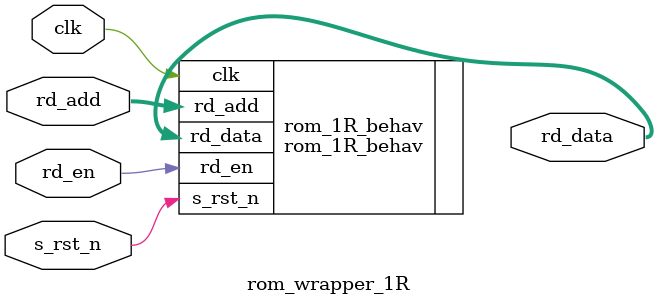
<source format=sv>

module rom_wrapper_1R #(
  parameter     FILENAME     = "",
  parameter int WIDTH        = 8,
  parameter int DEPTH        = 512,
  parameter     KEEP_RD_DATA = 0,
  parameter int ROM_LATENCY  = 1
) (
  // system interface
  input                            clk,
  input                            s_rst_n,
  // data interface
  input                            rd_en,
  input  logic [$clog2(DEPTH)-1:0] rd_add,
  output logic [        WIDTH-1:0] rd_data

);

  // ============================================================================================ //
  // rom_wrapper_1R
  // ============================================================================================ //
  // TODO : Use generate to choose the RAM to be instantiated.

  // -------------------------------------------------------------------------------------------- //
  // Behavioral ROM : target Xilinx RAMB
  // -------------------------------------------------------------------------------------------- //
  rom_1R_behav #(
    .FILENAME    (FILENAME),
    .WIDTH       (WIDTH),
    .DEPTH       (DEPTH),
    .KEEP_RD_DATA(KEEP_RD_DATA),
    .ROM_LATENCY (ROM_LATENCY)
  ) rom_1R_behav (
    .clk    (clk),
    .s_rst_n(s_rst_n),
    .rd_en  (rd_en),
    .rd_add (rd_add),
    .rd_data(rd_data)
  );

endmodule

</source>
